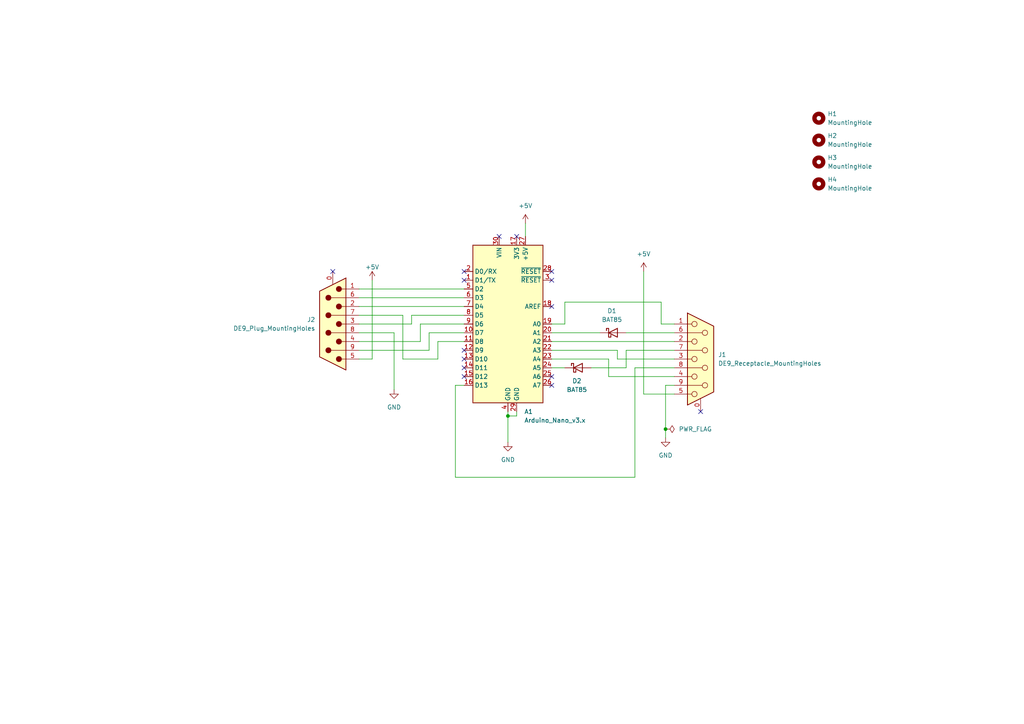
<source format=kicad_sch>
(kicad_sch (version 20230121) (generator eeschema)
  (paper "A4")
  (title_block (rev "1.2"))
  (lib_symbols
    (symbol "Connector:DE9_Plug_MountingHoles" (pin_names (offset 1.016) hide)
      (property "Reference" "J" (at 0 16.51 0))
      (property "Value" "DE9_Plug_MountingHoles" (at 0 14.605 0))
      (symbol "DE9_Plug_MountingHoles_0_1"
        (circle (center -1.778 -10.16) (radius 0.762) (fill (type outline)))
        (circle (center -1.778 -5.08) (radius 0.762) (fill (type outline)))
        (circle (center -1.778 0) (radius 0.762) (fill (type outline)))
        (circle (center -1.778 5.08) (radius 0.762) (fill (type outline)))
        (circle (center -1.778 10.16) (radius 0.762) (fill (type outline)))
        (polyline (pts (xy -3.81 -10.16) (xy -2.54 -10.16)))
        (polyline (pts (xy -3.81 -7.62) (xy 0.508 -7.62)))
        (polyline (pts (xy -3.81 -5.08) (xy -2.54 -5.08)))
        (polyline (pts (xy -3.81 -2.54) (xy 0.508 -2.54)))
        (polyline (pts (xy -3.81 0) (xy -2.54 0)))
        (polyline (pts (xy -3.81 2.54) (xy 0.508 2.54)))
        (polyline (pts (xy -3.81 5.08) (xy -2.54 5.08)))
        (polyline (pts (xy -3.81 7.62) (xy 0.508 7.62)))
        (polyline (pts (xy -3.81 10.16) (xy -2.54 10.16)))
        (polyline (pts (xy -3.81 -13.335) (xy -3.81 13.335) (xy 3.81 9.525) (xy 3.81 -9.525) (xy -3.81 -13.335)) (stroke (width 0.254)) (fill (type background)))
        (circle (center 1.27 -7.62) (radius 0.762) (fill (type outline)))
        (circle (center 1.27 -2.54) (radius 0.762) (fill (type outline)))
        (circle (center 1.27 2.54) (radius 0.762) (fill (type outline)))
        (circle (center 1.27 7.62) (radius 0.762) (fill (type outline)))
      )
      (symbol "DE9_Plug_MountingHoles_1_1"
        (pin passive line (at 0 -15.24 90) (length 3.81) (name "PAD") (number "0"))
        (pin passive line (at -7.62 -10.16 0) (length 3.81) (name "1") (number "1"))
        (pin passive line (at -7.62 -5.08 0) (length 3.81) (name "2") (number "2"))
        (pin passive line (at -7.62 0 0) (length 3.81) (name "3") (number "3"))
        (pin passive line (at -7.62 5.08 0) (length 3.81) (name "4") (number "4"))
        (pin passive line (at -7.62 10.16 0) (length 3.81) (name "5") (number "5"))
        (pin passive line (at -7.62 -7.62 0) (length 3.81) (name "6") (number "6"))
        (pin passive line (at -7.62 -2.54 0) (length 3.81) (name "7") (number "7"))
        (pin passive line (at -7.62 2.54 0) (length 3.81) (name "8") (number "8"))
        (pin passive line (at -7.62 7.62 0) (length 3.81) (name "9") (number "9"))
      )
    )
    (symbol "Connector:DE9_Receptacle_MountingHoles" (pin_names (offset 1.016) hide)
      (property "Reference" "J" (at 0 16.51 0))
      (property "Value" "DE9_Receptacle_MountingHoles" (at 0 14.605 0))
      (symbol "DE9_Receptacle_MountingHoles_0_1"
        (circle (center -1.778 -10.16) (radius 0.762))
        (circle (center -1.778 -5.08) (radius 0.762))
        (circle (center -1.778 0) (radius 0.762))
        (circle (center -1.778 5.08) (radius 0.762))
        (circle (center -1.778 10.16) (radius 0.762))
        (polyline (pts (xy -3.81 -10.16) (xy -2.54 -10.16)))
        (polyline (pts (xy -3.81 -7.62) (xy 0.508 -7.62)))
        (polyline (pts (xy -3.81 -5.08) (xy -2.54 -5.08)))
        (polyline (pts (xy -3.81 -2.54) (xy 0.508 -2.54)))
        (polyline (pts (xy -3.81 0) (xy -2.54 0)))
        (polyline (pts (xy -3.81 2.54) (xy 0.508 2.54)))
        (polyline (pts (xy -3.81 5.08) (xy -2.54 5.08)))
        (polyline (pts (xy -3.81 7.62) (xy 0.508 7.62)))
        (polyline (pts (xy -3.81 10.16) (xy -2.54 10.16)))
        (polyline (pts (xy -3.81 13.335) (xy -3.81 -13.335) (xy 3.81 -9.525) (xy 3.81 9.525) (xy -3.81 13.335)) (stroke (width 0.254)) (fill (type background)))
        (circle (center 1.27 -7.62) (radius 0.762))
        (circle (center 1.27 -2.54) (radius 0.762))
        (circle (center 1.27 2.54) (radius 0.762))
        (circle (center 1.27 7.62) (radius 0.762))
      )
      (symbol "DE9_Receptacle_MountingHoles_1_1"
        (pin passive line (at 0 -15.24 90) (length 3.81) (name "PAD") (number "0"))
        (pin passive line (at -7.62 10.16 0) (length 3.81) (name "1") (number "1"))
        (pin passive line (at -7.62 5.08 0) (length 3.81) (name "2") (number "2"))
        (pin passive line (at -7.62 0 0) (length 3.81) (name "3") (number "3"))
        (pin passive line (at -7.62 -5.08 0) (length 3.81) (name "4") (number "4"))
        (pin passive line (at -7.62 -10.16 0) (length 3.81) (name "5") (number "5"))
        (pin passive line (at -7.62 7.62 0) (length 3.81) (name "6") (number "6"))
        (pin passive line (at -7.62 2.54 0) (length 3.81) (name "7") (number "7"))
        (pin passive line (at -7.62 -2.54 0) (length 3.81) (name "8") (number "8"))
        (pin passive line (at -7.62 -7.62 0) (length 3.81) (name "9") (number "9"))
      )
    )
    (symbol "Diode:BAT85" (pin_numbers hide) (pin_names (offset 1.016) hide)
      (property "Reference" "D" (at 0 2.54 0))
      (property "Value" "BAT85" (at 0 -2.54 0))
      (symbol "BAT85_0_1"
        (polyline (pts (xy 1.27 0) (xy -1.27 0)))
        (polyline (pts (xy 1.27 1.27) (xy 1.27 -1.27) (xy -1.27 0) (xy 1.27 1.27)) (stroke (width 0.254)))
        (polyline (pts (xy -1.905 0.635) (xy -1.905 1.27) (xy -1.27 1.27) (xy -1.27 -1.27) (xy -0.635 -1.27) (xy -0.635 -0.635)) (stroke (width 0.254)))
      )
      (symbol "BAT85_1_1"
        (pin passive line (at -3.81 0 0) (length 2.54) (name "K") (number "1"))
        (pin passive line (at 3.81 0 180) (length 2.54) (name "A") (number "2"))
      )
    )
    (symbol "MCU_Module:Arduino_Nano_v3.x"
      (property "Reference" "A" (at -10.16 23.495 0))
      (property "Value" "Arduino_Nano_v3.x" (at 5.08 -24.13 0))
      (symbol "Arduino_Nano_v3.x_0_1"
        (rectangle (start -10.16 22.86) (end 10.16 -22.86) (stroke (width 0.254)) (fill (type background)))
      )
      (symbol "Arduino_Nano_v3.x_1_1"
        (pin bidirectional line (at -12.7 12.7 0) (length 2.54) (name "D1/TX") (number "1"))
        (pin bidirectional line (at -12.7 -2.54 0) (length 2.54) (name "D7") (number "10"))
        (pin bidirectional line (at -12.7 -5.08 0) (length 2.54) (name "D8") (number "11"))
        (pin bidirectional line (at -12.7 -7.62 0) (length 2.54) (name "D9") (number "12"))
        (pin bidirectional line (at -12.7 -10.16 0) (length 2.54) (name "D10") (number "13"))
        (pin bidirectional line (at -12.7 -12.7 0) (length 2.54) (name "D11") (number "14"))
        (pin bidirectional line (at -12.7 -15.24 0) (length 2.54) (name "D12") (number "15"))
        (pin bidirectional line (at -12.7 -17.78 0) (length 2.54) (name "D13") (number "16"))
        (pin power_out line (at 2.54 25.4 270) (length 2.54) (name "3V3") (number "17"))
        (pin input line (at 12.7 5.08 180) (length 2.54) (name "AREF") (number "18"))
        (pin bidirectional line (at 12.7 0 180) (length 2.54) (name "A0") (number "19"))
        (pin bidirectional line (at -12.7 15.24 0) (length 2.54) (name "D0/RX") (number "2"))
        (pin bidirectional line (at 12.7 -2.54 180) (length 2.54) (name "A1") (number "20"))
        (pin bidirectional line (at 12.7 -5.08 180) (length 2.54) (name "A2") (number "21"))
        (pin bidirectional line (at 12.7 -7.62 180) (length 2.54) (name "A3") (number "22"))
        (pin bidirectional line (at 12.7 -10.16 180) (length 2.54) (name "A4") (number "23"))
        (pin bidirectional line (at 12.7 -12.7 180) (length 2.54) (name "A5") (number "24"))
        (pin bidirectional line (at 12.7 -15.24 180) (length 2.54) (name "A6") (number "25"))
        (pin bidirectional line (at 12.7 -17.78 180) (length 2.54) (name "A7") (number "26"))
        (pin power_out line (at 5.08 25.4 270) (length 2.54) (name "+5V") (number "27"))
        (pin input line (at 12.7 15.24 180) (length 2.54) (name "~{RESET}") (number "28"))
        (pin power_in line (at 2.54 -25.4 90) (length 2.54) (name "GND") (number "29"))
        (pin input line (at 12.7 12.7 180) (length 2.54) (name "~{RESET}") (number "3"))
        (pin power_in line (at -2.54 25.4 270) (length 2.54) (name "VIN") (number "30"))
        (pin power_in line (at 0 -25.4 90) (length 2.54) (name "GND") (number "4"))
        (pin bidirectional line (at -12.7 10.16 0) (length 2.54) (name "D2") (number "5"))
        (pin bidirectional line (at -12.7 7.62 0) (length 2.54) (name "D3") (number "6"))
        (pin bidirectional line (at -12.7 5.08 0) (length 2.54) (name "D4") (number "7"))
        (pin bidirectional line (at -12.7 2.54 0) (length 2.54) (name "D5") (number "8"))
        (pin bidirectional line (at -12.7 0 0) (length 2.54) (name "D6") (number "9"))
      )
    )
    (symbol "Mechanical:MountingHole" (pin_names (offset 1.016))
      (property "Reference" "H" (at 0 5.08 0))
      (property "Value" "MountingHole" (at 0 3.175 0))
      (symbol "MountingHole_0_1"
        (circle (center 0 0) (radius 1.27) (stroke (width 1.27)))
      )
    )
    (symbol "power:+5V" (power) (pin_names (offset 0))
      (property "Value" "+5V" (at 0 3.556 0))
      (symbol "+5V_0_1"
        (polyline (pts (xy -0.762 1.27) (xy 0 2.54)))
        (polyline (pts (xy 0 0) (xy 0 2.54)))
        (polyline (pts (xy 0 2.54) (xy 0.762 1.27)))
      )
      (symbol "+5V_1_1"
        (pin power_in line (at 0 0 90) (length 0) hide (name "+5V") (number "1"))
      )
    )
    (symbol "power:GND" (power) (pin_names (offset 0))
      (property "Value" "GND" (at 0 -3.81 0))
      (symbol "GND_0_1"
        (polyline (pts (xy 0 0) (xy 0 -1.27) (xy 1.27 -1.27) (xy 0 -2.54) (xy -1.27 -1.27) (xy 0 -1.27)))
      )
      (symbol "GND_1_1"
        (pin power_in line (at 0 0 270) (length 0) hide (name "GND") (number "1"))
      )
    )
    (symbol "power:PWR_FLAG" (power) (pin_numbers hide) (pin_names (offset 0) hide)
      (property "Value" "PWR_FLAG" (at 0 3.81 0))
      (symbol "PWR_FLAG_0_0"
        (pin power_out line (at 0 0 90) (length 0) (name "pwr") (number "1"))
      )
      (symbol "PWR_FLAG_0_1"
        (polyline (pts (xy 0 0) (xy 0 1.27) (xy -1.016 1.905) (xy 0 2.54) (xy 1.016 1.905) (xy 0 1.27)))
      )
    )
  )
  (junction (at 193.04 124.46))
  (junction (at 147.32 120.65))
  (no_connect (at 144.78 68.58))
  (no_connect (at 134.62 78.74))
  (no_connect (at 149.86 68.58))
  (no_connect (at 134.62 81.28))
  (no_connect (at 160.02 111.76))
  (no_connect (at 160.02 81.28))
  (no_connect (at 160.02 109.22))
  (no_connect (at 160.02 88.9))
  (no_connect (at 134.62 109.22))
  (no_connect (at 134.62 104.14))
  (no_connect (at 96.52 78.74))
  (no_connect (at 134.62 101.6))
  (no_connect (at 134.62 106.68))
  (no_connect (at 160.02 78.74))
  (no_connect (at 203.2 119.38))
  (wire (pts (xy 160.02 104.14) (xy 176.53 104.14)))
  (wire (pts (xy 116.84 91.44) (xy 116.84 104.14)))
  (wire (pts (xy 179.07 101.6) (xy 160.02 101.6)))
  (wire (pts (xy 104.14 101.6) (xy 124.46 101.6)))
  (wire (pts (xy 181.61 106.68) (xy 171.45 106.68)))
  (wire (pts (xy 184.15 138.43) (xy 184.15 106.68)))
  (wire (pts (xy 195.58 101.6) (xy 181.61 101.6)))
  (wire (pts (xy 176.53 109.22) (xy 176.53 104.14)))
  (wire (pts (xy 163.83 87.63) (xy 163.83 93.98)))
  (wire (pts (xy 119.38 93.98) (xy 119.38 91.44)))
  (wire (pts (xy 193.04 124.46) (xy 193.04 127)))
  (wire (pts (xy 191.77 93.98) (xy 195.58 93.98)))
  (wire (pts (xy 149.86 120.65) (xy 149.86 119.38)))
  (wire (pts (xy 104.14 93.98) (xy 119.38 93.98)))
  (wire (pts (xy 186.69 114.3) (xy 195.58 114.3)))
  (wire (pts (xy 152.4 64.77) (xy 152.4 68.58)))
  (wire (pts (xy 124.46 101.6) (xy 124.46 96.52)))
  (wire (pts (xy 147.32 120.65) (xy 147.32 128.27)))
  (wire (pts (xy 104.14 88.9) (xy 134.62 88.9)))
  (wire (pts (xy 160.02 96.52) (xy 173.99 96.52)))
  (wire (pts (xy 104.14 83.82) (xy 134.62 83.82)))
  (wire (pts (xy 132.08 111.76) (xy 132.08 138.43)))
  (wire (pts (xy 107.95 104.14) (xy 107.95 81.28)))
  (wire (pts (xy 160.02 93.98) (xy 163.83 93.98)))
  (wire (pts (xy 116.84 104.14) (xy 127 104.14)))
  (wire (pts (xy 147.32 120.65) (xy 147.32 119.38)))
  (wire (pts (xy 104.14 104.14) (xy 107.95 104.14)))
  (wire (pts (xy 127 104.14) (xy 127 99.06)))
  (wire (pts (xy 119.38 91.44) (xy 134.62 91.44)))
  (wire (pts (xy 160.02 99.06) (xy 195.58 99.06)))
  (wire (pts (xy 132.08 138.43) (xy 184.15 138.43)))
  (wire (pts (xy 127 99.06) (xy 134.62 99.06)))
  (wire (pts (xy 121.92 99.06) (xy 121.92 93.98)))
  (wire (pts (xy 186.69 78.74) (xy 186.69 114.3)))
  (wire (pts (xy 147.32 120.65) (xy 149.86 120.65)))
  (wire (pts (xy 134.62 111.76) (xy 132.08 111.76)))
  (wire (pts (xy 181.61 96.52) (xy 195.58 96.52)))
  (wire (pts (xy 179.07 104.14) (xy 179.07 101.6)))
  (wire (pts (xy 184.15 106.68) (xy 195.58 106.68)))
  (wire (pts (xy 104.14 86.36) (xy 134.62 86.36)))
  (wire (pts (xy 195.58 104.14) (xy 179.07 104.14)))
  (wire (pts (xy 104.14 91.44) (xy 116.84 91.44)))
  (wire (pts (xy 181.61 101.6) (xy 181.61 106.68)))
  (wire (pts (xy 121.92 93.98) (xy 134.62 93.98)))
  (wire (pts (xy 104.14 99.06) (xy 121.92 99.06)))
  (wire (pts (xy 163.83 106.68) (xy 160.02 106.68)))
  (wire (pts (xy 114.3 96.52) (xy 114.3 113.03)))
  (wire (pts (xy 104.14 96.52) (xy 114.3 96.52)))
  (wire (pts (xy 191.77 87.63) (xy 191.77 93.98)))
  (wire (pts (xy 195.58 109.22) (xy 176.53 109.22)))
  (wire (pts (xy 195.58 111.76) (xy 193.04 111.76)))
  (wire (pts (xy 193.04 111.76) (xy 193.04 124.46)))
  (wire (pts (xy 163.83 87.63) (xy 191.77 87.63)))
  (wire (pts (xy 124.46 96.52) (xy 134.62 96.52)))
  (symbol (lib_id "power:GND") (at 193.04 127 0) (unit 1)
    (property "Reference" "#PWR03" (effects hide))
    (property "Value" "GND" (at 193.04 132.08 0))
  )
  (symbol (lib_id "Diode:BAT85") (at 177.8 96.52 0) (unit 1)
    (property "Reference" "D1" (at 177.4825 90.17 0))
    (property "Value" "BAT85" (at 177.4825 92.71 0))
    (property "Footprint" "Diode_THT:D_DO-35_SOD27_P7.62mm_Horizontal" (effects hide))
    (property "Datasheet" "https://assets.nexperia.com/documents/data-sheet/BAT85.pdf" (effects hide))
  )
  (symbol (lib_id "Mechanical:MountingHole") (at 237.49 40.64 0) (unit 1)
    (property "Reference" "H2" (at 240.03 39.37 0) (effects (justify left)))
    (property "Value" "MountingHole" (at 240.03 41.91 0) (effects (justify left)))
    (property "Footprint" "MountingHole:MountingHole_3.2mm_M3" (effects hide))
  )
  (symbol (lib_id "power:+5V") (at 107.95 81.28 0) (unit 1)
    (property "Reference" "#PWR02" (effects hide))
    (property "Value" "+5V" (at 107.95 77.47 0))
  )
  (symbol (lib_id "Mechanical:MountingHole") (at 237.49 53.34 0) (unit 1)
    (property "Reference" "H4" (at 240.03 52.07 0) (effects (justify left)))
    (property "Value" "MountingHole" (at 240.03 54.61 0) (effects (justify left)))
    (property "Footprint" "MountingHole:MountingHole_3.2mm_M3" (effects hide))
  )
  (symbol (lib_id "MCU_Module:Arduino_Nano_v3.x") (at 147.32 93.98 0) (unit 1)
    (property "Reference" "A1" (at 152.0541 119.38 0) (effects (justify left)))
    (property "Value" "Arduino_Nano_v3.x" (at 152.0541 121.92 0) (effects (justify left)))
    (property "Footprint" "Module:Arduino_Nano" (effects hide))
    (property "Datasheet" "http://www.mouser.com/pdfdocs/Gravitech_Arduino_Nano3_0.pdf" (effects hide))
  )
  (symbol (lib_id "Connector:DE9_Plug_MountingHoles") (at 96.52 93.98 180) (unit 1)
    (property "Reference" "J2" (at 91.44 92.71 0) (effects (justify left)))
    (property "Value" "DE9_Plug_MountingHoles" (at 91.44 95.25 0) (effects (justify left)))
    (property "Footprint" "Connector_Dsub:DSUB-9_Male_Horizontal_P2.77x2.84mm_EdgePinOffset9.90mm_Housed_MountingHolesOffset11.32mm" (effects hide))
    (property "Datasheet" " ~" (effects hide))
  )
  (symbol (lib_id "Diode:BAT85") (at 167.64 106.68 0) (unit 1)
    (property "Reference" "D2" (at 167.3225 110.49 0))
    (property "Value" "BAT85" (at 167.3225 113.03 0))
    (property "Footprint" "Diode_THT:D_DO-35_SOD27_P7.62mm_Horizontal" (effects hide))
    (property "Datasheet" "https://assets.nexperia.com/documents/data-sheet/BAT85.pdf" (effects hide))
  )
  (symbol (lib_id "Connector:DE9_Receptacle_MountingHoles") (at 203.2 104.14 0) (unit 1)
    (property "Reference" "J1" (at 208.28 102.87 0) (effects (justify left)))
    (property "Value" "DE9_Receptacle_MountingHoles" (at 208.28 105.41 0) (effects (justify left)))
    (property "Footprint" "Connector_Dsub:DSUB-9_Female_Horizontal_P2.77x2.84mm_EdgePinOffset9.90mm_Housed_MountingHolesOffset11.32mm" (effects hide))
    (property "Datasheet" " ~" (effects hide))
  )
  (symbol (lib_id "power:GND") (at 114.3 113.03 0) (unit 1)
    (property "Reference" "#PWR01" (effects hide))
    (property "Value" "GND" (at 114.3 118.11 0))
  )
  (symbol (lib_id "power:GND") (at 147.32 128.27 0) (unit 1)
    (property "Reference" "#PWR04" (effects hide))
    (property "Value" "GND" (at 147.32 133.35 0))
  )
  (symbol (lib_id "Mechanical:MountingHole") (at 237.49 46.99 0) (unit 1)
    (property "Reference" "H3" (at 240.03 45.72 0) (effects (justify left)))
    (property "Value" "MountingHole" (at 240.03 48.26 0) (effects (justify left)))
    (property "Footprint" "MountingHole:MountingHole_3.2mm_M3" (effects hide))
  )
  (symbol (lib_id "power:+5V") (at 152.4 64.77 0) (unit 1)
    (property "Reference" "#PWR06" (effects hide))
    (property "Value" "+5V" (at 152.4 59.69 0))
  )
  (symbol (lib_id "Mechanical:MountingHole") (at 237.49 34.29 0) (unit 1)
    (property "Reference" "H1" (at 240.03 33.02 0) (effects (justify left)))
    (property "Value" "MountingHole" (at 240.03 35.56 0) (effects (justify left)))
    (property "Footprint" "MountingHole:MountingHole_3.2mm_M3" (effects hide))
  )
  (symbol (lib_id "power:PWR_FLAG") (at 193.04 124.46 270) (unit 1)
    (property "Reference" "#FLG01" (effects hide))
    (property "Value" "PWR_FLAG" (at 196.85 124.46 90) (effects (justify left)))
  )
  (symbol (lib_id "power:+5V") (at 186.69 78.74 0) (unit 1)
    (property "Reference" "#PWR05" (effects hide))
    (property "Value" "+5V" (at 186.69 73.66 0))
  )
)
</source>
